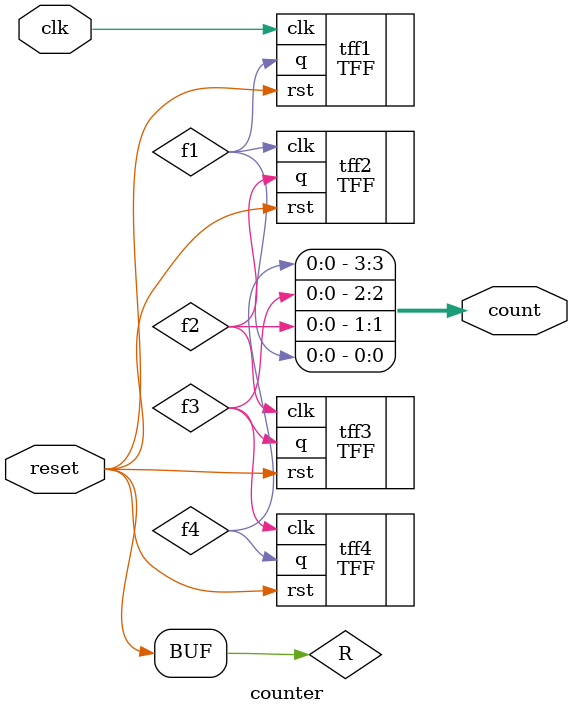
<source format=sv>
`timescale 1ns / 1ps


module counter(
	input clk,
	input reset, 
	output [3:0] count
	);

	// local signals
	logic  f1,f2,f3,f4;
//	logic  f5,f6,f7,f8,f9,f10;
//	logic  f11,f12,f13,f14,f15,f16,f17,f18,f19,f20;
//	logic  f21,f22,f23;
	logic  R = reset;
//	logic led0;
	
	// instantiate module to limit values
	TFF  tff1 ( .clk(clk), .rst(R), .q(f1) );
	TFF  tff2 ( .clk(f1), .rst(R), .q(f2) );
	TFF  tff3 ( .clk(f2), .rst(R), .q(f3) );
	TFF  tff4 ( .clk(f3), .rst(R), .q(f4) );
//	TFF  tff5 ( .clk(f4), .rst(R), .q(f5) );
//	TFF  tff6 ( .clk(f5), .rst(R), .q(f6) );
//	TFF  tff7 ( .clk(f6), .rst(R), .q(f7) );
//	TFF  tff8 ( .clk(f7), .rst(R), .q(f8) );
//	TFF  tff9 ( .clk(f8), .rst(R), .q(f9) );
//	TFF  tff10 ( .clk(f9), .rst(R), .q(f10) );

//	TFF  tff11 ( .clk(f10), .rst(R), .q(f11) );
//	TFF  tff12 ( .clk(f11), .rst(R), .q(f12) );
//	TFF  tff13 ( .clk(f12), .rst(R), .q(f13) );
//	TFF  tff14 ( .clk(f13), .rst(R), .q(f14) );
//	TFF  tff15 ( .clk(f14), .rst(R), .q(f15) );
//	TFF  tff16 ( .clk(f15), .rst(R), .q(f16) );
//	TFF  tff17 ( .clk(f16), .rst(R), .q(f17) );
//	TFF  tff18 ( .clk(f17), .rst(R), .q(f18) );
//	TFF  tff19 ( .clk(f18), .rst(R), .q(f19) );
//	TFF  tff20 ( .clk(f19), .rst(R), .q(f20) );

//	TFF  tff21 ( .clk(f20), .rst(R), .q(f21) );
//	TFF  tff22 ( .clk(f21), .rst(R), .q(f22) );
//	TFF  tff23 ( .clk(f22), .rst(R), .q(f23) );
//	TFF  tff24 ( .clk(f23), .rst(R), .q(led0) );

    assign count[0] = f1;
    assign count[1] = f2;
    assign count[2] = f3;
    assign count[3] = f4;

endmodule


</source>
